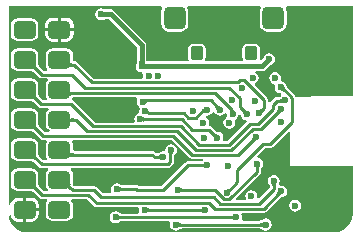
<source format=gbr>
%TF.GenerationSoftware,Altium Limited,Altium Designer,21.1.0 (24)*%
G04 Layer_Physical_Order=3*
G04 Layer_Color=16440176*
%FSLAX45Y45*%
%MOMM*%
%TF.SameCoordinates,A42B3F18-A760-40AD-9EC3-E9591E309F50*%
%TF.FilePolarity,Positive*%
%TF.FileFunction,Copper,L3,Inr,Signal*%
%TF.Part,Single*%
G01*
G75*
%TA.AperFunction,Conductor*%
%ADD22C,0.40000*%
%ADD23C,0.25000*%
%TA.AperFunction,ComponentPad*%
G04:AMPARAMS|DCode=27|XSize=1.1mm|YSize=1.2mm|CornerRadius=0.275mm|HoleSize=0mm|Usage=FLASHONLY|Rotation=180.000|XOffset=0mm|YOffset=0mm|HoleType=Round|Shape=RoundedRectangle|*
%AMROUNDEDRECTD27*
21,1,1.10000,0.65000,0,0,180.0*
21,1,0.55000,1.20000,0,0,180.0*
1,1,0.55000,-0.27500,0.32500*
1,1,0.55000,0.27500,0.32500*
1,1,0.55000,0.27500,-0.32500*
1,1,0.55000,-0.27500,-0.32500*
%
%ADD27ROUNDEDRECTD27*%
G04:AMPARAMS|DCode=28|XSize=1.9mm|YSize=1.9mm|CornerRadius=0.475mm|HoleSize=0mm|Usage=FLASHONLY|Rotation=180.000|XOffset=0mm|YOffset=0mm|HoleType=Round|Shape=RoundedRectangle|*
%AMROUNDEDRECTD28*
21,1,1.90000,0.95000,0,0,180.0*
21,1,0.95000,1.90000,0,0,180.0*
1,1,0.95000,-0.47500,0.47500*
1,1,0.95000,0.47500,0.47500*
1,1,0.95000,0.47500,-0.47500*
1,1,0.95000,-0.47500,-0.47500*
%
%ADD28ROUNDEDRECTD28*%
%TA.AperFunction,ViaPad*%
%ADD29C,0.60000*%
%TA.AperFunction,ComponentPad*%
G04:AMPARAMS|DCode=30|XSize=1.5mm|YSize=1.9mm|CornerRadius=0.375mm|HoleSize=0mm|Usage=FLASHONLY|Rotation=270.000|XOffset=0mm|YOffset=0mm|HoleType=Round|Shape=RoundedRectangle|*
%AMROUNDEDRECTD30*
21,1,1.50000,1.15000,0,0,270.0*
21,1,0.75000,1.90000,0,0,270.0*
1,1,0.75000,-0.57500,-0.37500*
1,1,0.75000,-0.57500,0.37500*
1,1,0.75000,0.57500,0.37500*
1,1,0.75000,0.57500,-0.37500*
%
%ADD30ROUNDEDRECTD30*%
G36*
X851790Y1910810D02*
X852495Y1910640D01*
X853540Y1910490D01*
X856649Y1910250D01*
X866939Y1910010D01*
X870361Y1910000D01*
Y1870000D01*
X851424Y1869000D01*
Y1911000D01*
X851790Y1910810D01*
D02*
G37*
G36*
X2956056Y1194971D02*
X2610000D01*
X2593183Y1191626D01*
X2589170Y1188944D01*
X2473893D01*
X2472381Y1196545D01*
X2465198Y1207296D01*
X2406692Y1265802D01*
X2405894Y1268000D01*
X2402428Y1271789D01*
X2401550Y1272902D01*
X2400690Y1274123D01*
X2399994Y1275242D01*
X2399452Y1276249D01*
X2399038Y1277152D01*
X2398737Y1277954D01*
X2398527Y1278665D01*
X2398214Y1280121D01*
X2395870Y1283515D01*
X2394599Y1289904D01*
X2383548Y1306443D01*
X2367009Y1317494D01*
X2357693Y1319347D01*
X2347841Y1329711D01*
X2348073Y1335390D01*
X2350980Y1350000D01*
X2347099Y1369509D01*
X2336048Y1386048D01*
X2319509Y1397099D01*
X2300000Y1400980D01*
X2280491Y1397099D01*
X2263952Y1386048D01*
X2252901Y1369509D01*
X2249020Y1350000D01*
X2252901Y1330491D01*
X2263952Y1313952D01*
X2280491Y1302901D01*
X2289807Y1301048D01*
X2299659Y1290684D01*
X2299427Y1285005D01*
X2296520Y1270395D01*
X2300401Y1250886D01*
X2311452Y1234347D01*
X2327991Y1223296D01*
X2347500Y1219415D01*
X2351906Y1214684D01*
X2350146Y1197383D01*
X2348219Y1196096D01*
X2346853Y1194052D01*
X2344374Y1192824D01*
X2343587Y1191924D01*
X2343571Y1191909D01*
X2343535Y1191882D01*
X2343405Y1191805D01*
X2343116Y1191671D01*
X2342606Y1191492D01*
X2341830Y1191293D01*
X2340760Y1191109D01*
X2339386Y1190976D01*
X2337058Y1190905D01*
X2336111Y1190478D01*
X2335110Y1190757D01*
X2333596Y1189904D01*
X2316767D01*
X2304086Y1187381D01*
X2293336Y1180198D01*
X2258136Y1144998D01*
X2251648Y1145957D01*
X2243136Y1150327D01*
Y1160000D01*
X2240614Y1172681D01*
X2233431Y1183431D01*
X2128326Y1288536D01*
X2132905Y1305170D01*
X2146048Y1313952D01*
X2157099Y1330491D01*
X2160980Y1350000D01*
X2157099Y1369509D01*
X2146048Y1386048D01*
X2133823Y1394216D01*
X2138374Y1409216D01*
X2189999D01*
X2190000Y1409216D01*
X2205607Y1412321D01*
X2218838Y1421161D01*
X2248791Y1451114D01*
X2250865Y1451966D01*
X2253140Y1454228D01*
X2260002Y1460776D01*
X2260356Y1461080D01*
X2269509Y1462901D01*
X2286048Y1473952D01*
X2297099Y1490491D01*
X2300980Y1510000D01*
X2297099Y1529509D01*
X2286048Y1546048D01*
X2269509Y1557099D01*
X2250000Y1560980D01*
X2230491Y1557099D01*
X2213952Y1546048D01*
X2202901Y1529509D01*
X2201254Y1521229D01*
X2191225Y1510082D01*
X2190580Y1508257D01*
X2180725Y1498402D01*
X2169074Y1507964D01*
X2169744Y1508967D01*
X2173431Y1527500D01*
Y1592500D01*
X2169744Y1611034D01*
X2159245Y1626746D01*
X2143533Y1637244D01*
X2125000Y1640931D01*
X2070000D01*
X2051467Y1637244D01*
X2035755Y1626746D01*
X2025256Y1611034D01*
X2021569Y1592500D01*
Y1527500D01*
X2025256Y1508967D01*
X2027383Y1505783D01*
X2019366Y1490783D01*
X1715634D01*
X1707617Y1505783D01*
X1709744Y1508967D01*
X1713430Y1527500D01*
Y1592500D01*
X1709744Y1611034D01*
X1699245Y1626746D01*
X1683533Y1637244D01*
X1665000Y1640931D01*
X1610000D01*
X1591466Y1637244D01*
X1575755Y1626746D01*
X1565256Y1611034D01*
X1561569Y1592500D01*
Y1527500D01*
X1565256Y1508967D01*
X1567383Y1505783D01*
X1559365Y1490783D01*
X1212493D01*
X1211637Y1491141D01*
X1211618Y1491502D01*
X1210783Y1493249D01*
Y1630000D01*
X1207679Y1645607D01*
X1198838Y1658838D01*
X938838Y1918838D01*
X925607Y1927679D01*
X910000Y1930784D01*
X909999Y1930784D01*
X872493D01*
X870423Y1931648D01*
X867221Y1931657D01*
X857734Y1931879D01*
X857268Y1931914D01*
X849509Y1937099D01*
X830000Y1940980D01*
X810491Y1937099D01*
X793952Y1926048D01*
X782901Y1909509D01*
X779021Y1890000D01*
X782901Y1870491D01*
X793952Y1853952D01*
X810491Y1842901D01*
X830000Y1839020D01*
X849509Y1842901D01*
X856529Y1847592D01*
X871502Y1848382D01*
X873249Y1849217D01*
X893107D01*
X1129216Y1613107D01*
Y1492493D01*
X1128352Y1490423D01*
X1128343Y1487221D01*
X1128121Y1477734D01*
X1128086Y1477268D01*
X1122901Y1469509D01*
X1119020Y1450000D01*
X1122901Y1430491D01*
X1133952Y1413952D01*
X1150491Y1402901D01*
X1170000Y1399020D01*
X1171402Y1399299D01*
X1175744Y1395600D01*
X1182233Y1386160D01*
X1179018Y1369997D01*
X1180881Y1360634D01*
X1169475Y1345634D01*
X761228D01*
X622964Y1483898D01*
X612214Y1491081D01*
X599932Y1493524D01*
X599376Y1493941D01*
X590126Y1505626D01*
Y1543500D01*
X585664Y1565935D01*
X572955Y1584955D01*
X553935Y1597664D01*
X531500Y1602126D01*
X416500D01*
X394065Y1597664D01*
X375045Y1584955D01*
X362337Y1565935D01*
X357874Y1543500D01*
Y1468500D01*
X362337Y1446065D01*
X374316Y1428137D01*
X373053Y1422565D01*
X368861Y1413137D01*
X339726D01*
X305347Y1447515D01*
X304432Y1449855D01*
X300485Y1453961D01*
X297577Y1457285D01*
X295440Y1460037D01*
X294673Y1461195D01*
X295426Y1464977D01*
X296110Y1466630D01*
X295870Y1467211D01*
X296126Y1468500D01*
Y1543500D01*
X291664Y1565935D01*
X278955Y1584955D01*
X259935Y1597664D01*
X237500Y1602126D01*
X122500D01*
X100065Y1597664D01*
X81045Y1584955D01*
X68337Y1565935D01*
X63874Y1543500D01*
Y1468500D01*
X68337Y1446065D01*
X81045Y1427045D01*
X100065Y1414337D01*
X122500Y1409874D01*
X237500D01*
X238789Y1410130D01*
X239370Y1409890D01*
X241023Y1410575D01*
X244805Y1411327D01*
X245683Y1410745D01*
X252257Y1405305D01*
X256146Y1401568D01*
X258485Y1400653D01*
X302569Y1356569D01*
X313319Y1349386D01*
X326000Y1346863D01*
X371855D01*
X376405Y1331863D01*
X375045Y1330955D01*
X362337Y1311935D01*
X357874Y1289500D01*
Y1214500D01*
X362337Y1192065D01*
X371643Y1178137D01*
X364930Y1163137D01*
X335726D01*
X305347Y1193515D01*
X304432Y1195855D01*
X300485Y1199961D01*
X297577Y1203285D01*
X295440Y1206037D01*
X294673Y1207195D01*
X295426Y1210977D01*
X296110Y1212630D01*
X295870Y1213211D01*
X296126Y1214500D01*
Y1289500D01*
X291664Y1311935D01*
X278955Y1330955D01*
X259935Y1343664D01*
X237500Y1348126D01*
X122500D01*
X100065Y1343664D01*
X81045Y1330955D01*
X68337Y1311935D01*
X63874Y1289500D01*
Y1214500D01*
X68337Y1192065D01*
X81045Y1173045D01*
X100065Y1160337D01*
X122500Y1155874D01*
X237500D01*
X238789Y1156130D01*
X239370Y1155890D01*
X241023Y1156575D01*
X244805Y1157327D01*
X245683Y1156745D01*
X252257Y1151305D01*
X256146Y1147568D01*
X258485Y1146653D01*
X298569Y1106569D01*
X309319Y1099386D01*
X322000Y1096863D01*
X377841D01*
X382391Y1081863D01*
X375045Y1076955D01*
X362337Y1057935D01*
X357874Y1035500D01*
Y960500D01*
X362337Y938065D01*
X375045Y919045D01*
X391371Y908137D01*
X389651Y895108D01*
X388876Y893137D01*
X351726D01*
X305347Y939516D01*
X304432Y941855D01*
X300485Y945961D01*
X297577Y949285D01*
X295440Y952037D01*
X294673Y953195D01*
X295426Y956977D01*
X296110Y958630D01*
X295870Y959211D01*
X296126Y960500D01*
Y1035500D01*
X291664Y1057935D01*
X278955Y1076955D01*
X259935Y1089664D01*
X237500Y1094126D01*
X122500D01*
X100065Y1089664D01*
X81045Y1076955D01*
X68337Y1057935D01*
X63874Y1035500D01*
Y960500D01*
X68337Y938065D01*
X81045Y919045D01*
X100065Y906337D01*
X122500Y901874D01*
X237500D01*
X238789Y902130D01*
X239370Y901890D01*
X241023Y902575D01*
X244805Y903327D01*
X245683Y902745D01*
X252257Y897305D01*
X256146Y893568D01*
X258485Y892653D01*
X314569Y836569D01*
X325319Y829386D01*
X338000Y826863D01*
X359616D01*
X367634Y811864D01*
X362337Y803935D01*
X357874Y781500D01*
Y706500D01*
X362337Y684065D01*
X372979Y668137D01*
X367923Y653137D01*
X337726D01*
X305347Y685516D01*
X304432Y687855D01*
X300485Y691961D01*
X297577Y695285D01*
X295440Y698037D01*
X294673Y699195D01*
X295426Y702977D01*
X296110Y704630D01*
X295870Y705211D01*
X296126Y706500D01*
Y781500D01*
X291664Y803935D01*
X278955Y822955D01*
X259935Y835664D01*
X237500Y840126D01*
X122500D01*
X100065Y835664D01*
X81045Y822955D01*
X68337Y803935D01*
X63874Y781500D01*
Y706500D01*
X68337Y684065D01*
X81045Y665045D01*
X100065Y652337D01*
X122500Y647874D01*
X237500D01*
X238789Y648130D01*
X239370Y647890D01*
X241023Y648575D01*
X244805Y649327D01*
X245683Y648745D01*
X252257Y643305D01*
X256146Y639568D01*
X258485Y638653D01*
X300569Y596569D01*
X311319Y589386D01*
X324000Y586863D01*
X374848D01*
X379398Y571863D01*
X375045Y568955D01*
X362337Y549935D01*
X357874Y527500D01*
Y452500D01*
X362337Y430065D01*
X375045Y411045D01*
X379398Y408137D01*
X374848Y393137D01*
X343725D01*
X305347Y431515D01*
X304432Y433855D01*
X300485Y437961D01*
X297577Y441285D01*
X295440Y444037D01*
X294673Y445195D01*
X295426Y448977D01*
X296110Y450630D01*
X295870Y451211D01*
X296126Y452500D01*
Y527500D01*
X291664Y549935D01*
X278955Y568955D01*
X259935Y581664D01*
X237500Y586126D01*
X122500D01*
X100065Y581664D01*
X81045Y568955D01*
X68337Y549935D01*
X63874Y527500D01*
Y452500D01*
X68337Y430065D01*
X81045Y411045D01*
X100065Y398337D01*
X122500Y393874D01*
X237500D01*
X238789Y394130D01*
X239370Y393890D01*
X241023Y394575D01*
X244805Y395327D01*
X245683Y394745D01*
X252257Y389305D01*
X256146Y385568D01*
X258485Y384653D01*
X306569Y336569D01*
X317319Y329386D01*
X330000Y326863D01*
X367923D01*
X372979Y311863D01*
X362337Y295935D01*
X357874Y273500D01*
Y198500D01*
X362337Y176065D01*
X375045Y157045D01*
X394065Y144337D01*
X416500Y139874D01*
X531500D01*
X553935Y144337D01*
X572955Y157045D01*
X585664Y176065D01*
X590126Y198500D01*
Y273500D01*
X585664Y295935D01*
X575021Y311863D01*
X580077Y326863D01*
X706275D01*
X766569Y266569D01*
X777320Y259386D01*
X790000Y256863D01*
X1141148D01*
X1151380Y241863D01*
X1149020Y230000D01*
X1151380Y218137D01*
X1141148Y203136D01*
X998119D01*
X995877Y204140D01*
X993497Y204206D01*
X991963Y204342D01*
X990686Y204539D01*
X989651Y204776D01*
X988837Y205030D01*
X988226Y205276D01*
X987769Y205509D01*
X987430Y205723D01*
X987153Y205936D01*
X986158Y206860D01*
X983170Y207971D01*
X969509Y217099D01*
X950000Y220979D01*
X930491Y217099D01*
X913952Y206048D01*
X902901Y189509D01*
X899020Y170000D01*
X902901Y150491D01*
X913952Y133952D01*
X930491Y122901D01*
X950000Y119020D01*
X969509Y122901D01*
X983170Y132029D01*
X986158Y133140D01*
X987153Y134065D01*
X987428Y134276D01*
X987770Y134491D01*
X988227Y134724D01*
X988838Y134971D01*
X989650Y135223D01*
X990686Y135460D01*
X991962Y135658D01*
X993497Y135794D01*
X995877Y135860D01*
X998119Y136863D01*
X1401148D01*
X1411380Y121863D01*
X1409020Y110000D01*
X1412901Y90491D01*
X1423952Y73952D01*
X1440491Y62901D01*
X1460000Y59020D01*
X1479509Y62901D01*
X1493170Y72029D01*
X1496158Y73140D01*
X1497153Y74065D01*
X1497428Y74276D01*
X1497770Y74491D01*
X1498227Y74724D01*
X1498838Y74971D01*
X1499650Y75223D01*
X1500686Y75461D01*
X1501962Y75658D01*
X1503497Y75794D01*
X1505877Y75860D01*
X1508119Y76863D01*
X2171881D01*
X2174122Y75860D01*
X2176503Y75794D01*
X2178037Y75658D01*
X2179314Y75461D01*
X2180349Y75224D01*
X2181163Y74970D01*
X2181773Y74723D01*
X2182230Y74491D01*
X2182570Y74277D01*
X2182847Y74064D01*
X2183842Y73140D01*
X2186830Y72029D01*
X2200491Y62901D01*
X2220000Y59020D01*
X2239509Y62901D01*
X2256048Y73952D01*
X2267099Y90491D01*
X2270979Y110000D01*
X2267099Y129509D01*
X2256048Y146048D01*
X2239509Y157099D01*
X2220000Y160980D01*
X2200491Y157099D01*
X2186830Y147971D01*
X2183842Y146860D01*
X2182846Y145935D01*
X2182572Y145724D01*
X2182230Y145509D01*
X2181773Y145276D01*
X2181161Y145029D01*
X2180350Y144777D01*
X2179313Y144539D01*
X2178038Y144342D01*
X2176503Y144206D01*
X2174123Y144140D01*
X2171881Y143137D01*
X2028852D01*
X2018620Y158137D01*
X2020980Y170000D01*
X2017099Y189509D01*
X2013855Y194364D01*
X2021873Y209364D01*
X2202500D01*
X2215181Y211886D01*
X2225931Y219069D01*
X2339406Y332543D01*
X2341699Y333419D01*
X2343429Y335054D01*
X2344610Y336044D01*
X2345654Y336808D01*
X2346556Y337373D01*
X2347306Y337768D01*
X2347913Y338025D01*
X2348402Y338184D01*
X2348794Y338273D01*
X2349139Y338318D01*
X2350495Y338368D01*
X2353393Y339695D01*
X2369509Y342901D01*
X2386048Y353952D01*
X2397099Y370491D01*
X2400980Y390000D01*
X2397099Y409509D01*
X2386048Y426048D01*
X2369509Y437099D01*
X2350000Y440980D01*
X2340891Y439168D01*
X2331871Y452667D01*
X2337099Y460491D01*
X2340980Y480000D01*
X2337099Y499509D01*
X2326048Y516048D01*
X2309509Y527099D01*
X2290000Y530980D01*
X2270491Y527099D01*
X2253952Y516048D01*
X2242901Y499509D01*
X2239020Y480000D01*
X2242901Y460491D01*
X2251153Y448142D01*
X2252372Y444641D01*
X2253291Y443610D01*
X2253533Y443281D01*
X2253775Y442883D01*
X2254030Y442366D01*
X2254295Y441690D01*
X2254558Y440821D01*
X2254801Y439731D01*
X2255000Y438411D01*
X2255136Y436841D01*
X2255201Y434447D01*
X2256205Y432201D01*
Y424384D01*
X2162413Y330592D01*
X2148589Y337981D01*
X2150980Y350000D01*
X2147099Y369509D01*
X2136048Y386048D01*
X2119509Y397099D01*
X2100000Y400980D01*
X2080491Y397099D01*
X2063952Y386048D01*
X2052901Y369509D01*
X2049021Y350000D01*
X2052901Y330491D01*
X2053988Y328865D01*
X2046917Y315637D01*
X1973414D01*
X1967674Y329495D01*
X2172366Y534186D01*
X2179549Y544937D01*
X2182071Y557617D01*
Y576880D01*
X2183074Y579121D01*
X2183140Y581499D01*
X2183276Y583037D01*
X2183474Y584314D01*
X2183711Y585349D01*
X2183964Y586163D01*
X2184211Y586774D01*
X2184444Y587230D01*
X2184658Y587570D01*
X2184870Y587847D01*
X2185795Y588842D01*
X2186905Y591830D01*
X2196033Y605491D01*
X2199914Y625000D01*
X2196033Y644509D01*
X2184982Y661048D01*
X2168443Y672099D01*
X2153205Y675130D01*
X2147682Y687040D01*
X2147297Y690435D01*
X2213726Y756863D01*
X2256566D01*
X2269247Y759386D01*
X2279997Y766569D01*
X2416142Y902714D01*
X2430000Y896974D01*
Y608944D01*
X2433944Y605000D01*
X2956056D01*
Y200000D01*
X2956165Y199453D01*
X2950913Y159563D01*
X2935305Y121882D01*
X2910476Y89524D01*
X2878118Y64695D01*
X2840437Y49087D01*
X2800547Y43836D01*
X2800000Y43944D01*
X200000D01*
X199453Y43836D01*
X159563Y49087D01*
X121882Y64695D01*
X89524Y89524D01*
X64695Y121882D01*
X49087Y159563D01*
X45697Y185316D01*
X60504Y187761D01*
X63250Y173958D01*
X77152Y153152D01*
X97958Y139250D01*
X122500Y134368D01*
X167300D01*
Y236000D01*
Y337632D01*
X122500D01*
X97958Y332750D01*
X77152Y318848D01*
X63250Y298042D01*
X58944Y276397D01*
X43944Y277875D01*
Y1956056D01*
X1337853D01*
X1344924Y1942827D01*
X1338917Y1933837D01*
X1333678Y1907500D01*
Y1812500D01*
X1338917Y1786163D01*
X1353835Y1763836D01*
X1376163Y1748917D01*
X1402500Y1743678D01*
X1497500D01*
X1523837Y1748917D01*
X1546164Y1763836D01*
X1561083Y1786163D01*
X1566322Y1812500D01*
Y1907500D01*
X1561083Y1933837D01*
X1555076Y1942827D01*
X1562147Y1956056D01*
X2172853D01*
X2179924Y1942827D01*
X2173917Y1933837D01*
X2168678Y1907500D01*
Y1812500D01*
X2173917Y1786163D01*
X2188836Y1763836D01*
X2211163Y1748917D01*
X2237500Y1743678D01*
X2332500D01*
X2358837Y1748917D01*
X2381164Y1763836D01*
X2396083Y1786163D01*
X2401322Y1812500D01*
Y1907500D01*
X2396083Y1933837D01*
X2390076Y1942827D01*
X2397147Y1956056D01*
X2956056D01*
Y1194971D01*
D02*
G37*
G36*
X1191000Y1471424D02*
X1149000D01*
X1149190Y1471790D01*
X1149360Y1472495D01*
X1149510Y1473540D01*
X1149750Y1476648D01*
X1149990Y1486939D01*
X1150000Y1490360D01*
X1190000D01*
X1191000Y1471424D01*
D02*
G37*
G36*
X2249700Y1480002D02*
X2249307Y1479877D01*
X2248688Y1479499D01*
X2247843Y1478866D01*
X2245476Y1476838D01*
X2238029Y1469731D01*
X2235603Y1467319D01*
X2207319Y1495603D01*
X2220002Y1509700D01*
X2249700Y1480002D01*
D02*
G37*
G36*
X568125Y1483092D02*
X568231Y1480967D01*
X569030Y1479092D01*
X570521Y1477467D01*
X572705Y1476092D01*
X575582Y1474967D01*
X579152Y1474092D01*
X583414Y1473467D01*
X588369Y1473092D01*
X594016Y1472967D01*
X587628Y1447967D01*
X583333Y1447848D01*
X579161Y1447489D01*
X575114Y1446891D01*
X571191Y1446054D01*
X567392Y1444978D01*
X563717Y1443663D01*
X560166Y1442108D01*
X556739Y1440315D01*
X553437Y1438282D01*
X550258Y1436010D01*
X568711Y1485467D01*
X568125Y1483092D01*
D02*
G37*
G36*
X1191790Y1470810D02*
X1192495Y1470640D01*
X1193540Y1470490D01*
X1196648Y1470250D01*
X1206939Y1470010D01*
X1210361Y1470000D01*
Y1430000D01*
X1191424Y1429000D01*
Y1471000D01*
X1191790Y1470810D01*
D02*
G37*
G36*
X273039Y1464745D02*
X272251Y1462573D01*
X272098Y1460113D01*
X272581Y1457367D01*
X273699Y1454333D01*
X275453Y1451011D01*
X277842Y1447403D01*
X280867Y1443507D01*
X284527Y1439325D01*
X288823Y1434854D01*
X271146Y1417177D01*
X266676Y1421473D01*
X258597Y1428158D01*
X254989Y1430547D01*
X251668Y1432301D01*
X248633Y1433420D01*
X245887Y1433902D01*
X243427Y1433749D01*
X241255Y1432961D01*
X239370Y1431538D01*
X274462Y1466630D01*
X273039Y1464745D01*
D02*
G37*
G36*
X2377535Y1273316D02*
X2378198Y1271071D01*
X2379039Y1268833D01*
X2380058Y1266603D01*
X2381256Y1264381D01*
X2382633Y1262166D01*
X2384187Y1259960D01*
X2385920Y1257762D01*
X2389921Y1253388D01*
X2375880Y1232074D01*
X2373651Y1234166D01*
X2371414Y1235990D01*
X2369171Y1237547D01*
X2366920Y1238837D01*
X2364662Y1239859D01*
X2362397Y1240613D01*
X2360125Y1241099D01*
X2357845Y1241319D01*
X2355559Y1241270D01*
X2353266Y1240954D01*
X2377050Y1275570D01*
X2377535Y1273316D01*
D02*
G37*
G36*
X568714Y1242625D02*
X569279Y1240500D01*
X570406Y1238625D01*
X572094Y1237000D01*
X574343Y1235625D01*
X577155Y1234500D01*
X580528Y1233625D01*
X584462Y1233000D01*
X588958Y1232625D01*
X594016Y1232500D01*
X593095Y1207500D01*
X587657Y1207377D01*
X582763Y1207007D01*
X578412Y1206392D01*
X574605Y1205530D01*
X571342Y1204422D01*
X568622Y1203067D01*
X566446Y1201466D01*
X564813Y1199619D01*
X563724Y1197525D01*
X563179Y1195186D01*
X568711Y1245000D01*
X568714Y1242625D01*
D02*
G37*
G36*
X273039Y1210745D02*
X272251Y1208573D01*
X272098Y1206113D01*
X272581Y1203367D01*
X273699Y1200333D01*
X275453Y1197011D01*
X277842Y1193403D01*
X280867Y1189507D01*
X284527Y1185325D01*
X288823Y1180854D01*
X271146Y1163177D01*
X266676Y1167473D01*
X258597Y1174158D01*
X254989Y1176547D01*
X251668Y1178301D01*
X248633Y1179420D01*
X245887Y1179902D01*
X243427Y1179749D01*
X241255Y1178961D01*
X239370Y1177538D01*
X274462Y1212630D01*
X273039Y1210745D01*
D02*
G37*
G36*
X1195161Y1176097D02*
X1197423Y1175342D01*
X1199983Y1174676D01*
X1202843Y1174098D01*
X1209460Y1173211D01*
X1217274Y1172678D01*
X1226284Y1172500D01*
X1227895Y1147500D01*
X1224814Y1147399D01*
X1221957Y1147094D01*
X1219325Y1146586D01*
X1216919Y1145875D01*
X1214736Y1144961D01*
X1212779Y1143843D01*
X1211047Y1142523D01*
X1209539Y1140999D01*
X1208257Y1139272D01*
X1207199Y1137342D01*
X1193199Y1176940D01*
X1195161Y1176097D01*
D02*
G37*
G36*
X2365268Y1136831D02*
X2363387Y1138244D01*
X2361379Y1139508D01*
X2359245Y1140623D01*
X2356983Y1141590D01*
X2354595Y1142408D01*
X2352080Y1143077D01*
X2349439Y1143598D01*
X2346670Y1143970D01*
X2343775Y1144193D01*
X2340753Y1144267D01*
X2337718Y1169267D01*
X2340764Y1169360D01*
X2343642Y1169640D01*
X2346354Y1170105D01*
X2348900Y1170757D01*
X2351279Y1171595D01*
X2353491Y1172619D01*
X2355537Y1173830D01*
X2357416Y1175227D01*
X2359128Y1176810D01*
X2360674Y1178579D01*
X2365268Y1136831D01*
D02*
G37*
G36*
X1812447Y1120501D02*
X1814669Y1118640D01*
X1816910Y1117000D01*
X1819169Y1115582D01*
X1821447Y1114386D01*
X1823744Y1113411D01*
X1826059Y1112659D01*
X1828393Y1112128D01*
X1830745Y1111819D01*
X1833116Y1111732D01*
X1803418Y1082034D01*
X1803331Y1084405D01*
X1803022Y1086757D01*
X1802491Y1089091D01*
X1801739Y1091406D01*
X1800764Y1093703D01*
X1799568Y1095981D01*
X1798150Y1098240D01*
X1796510Y1100481D01*
X1794649Y1102703D01*
X1792565Y1104907D01*
X1810243Y1122584D01*
X1812447Y1120501D01*
D02*
G37*
G36*
X1954431Y1073176D02*
X1915026Y1062502D01*
X1915932Y1064254D01*
X1916500Y1066065D01*
X1916729Y1067934D01*
X1916620Y1069862D01*
X1916173Y1071848D01*
X1915388Y1073892D01*
X1914264Y1075996D01*
X1912802Y1078157D01*
X1911001Y1080378D01*
X1908862Y1082656D01*
X1929530Y1097344D01*
X1954431Y1073176D01*
D02*
G37*
G36*
X2200847Y1073171D02*
X2198763Y1070967D01*
X2196902Y1068745D01*
X2195262Y1066504D01*
X2193844Y1064245D01*
X2192648Y1061967D01*
X2191673Y1059670D01*
X2190921Y1057355D01*
X2190390Y1055022D01*
X2190081Y1052669D01*
X2189994Y1050298D01*
X2160296Y1079996D01*
X2162667Y1080083D01*
X2165019Y1080392D01*
X2167353Y1080923D01*
X2169668Y1081676D01*
X2171965Y1082650D01*
X2174243Y1083846D01*
X2176502Y1085264D01*
X2178743Y1086904D01*
X2180965Y1088765D01*
X2183169Y1090849D01*
X2200847Y1073171D01*
D02*
G37*
G36*
X2039030Y1083767D02*
X2041253Y1081906D01*
X2043493Y1080266D01*
X2045753Y1078848D01*
X2048031Y1077652D01*
X2050327Y1076678D01*
X2052643Y1075925D01*
X2054976Y1075394D01*
X2057329Y1075085D01*
X2059700Y1074998D01*
X2030002Y1045300D01*
X2029914Y1047671D01*
X2029606Y1050024D01*
X2029075Y1052357D01*
X2028322Y1054673D01*
X2027348Y1056969D01*
X2026152Y1059247D01*
X2024734Y1061506D01*
X2023094Y1063747D01*
X2021233Y1065969D01*
X2019149Y1068173D01*
X2036827Y1085851D01*
X2039030Y1083767D01*
D02*
G37*
G36*
X2347644Y1055461D02*
X2345272Y1055374D01*
X2342920Y1055065D01*
X2340586Y1054534D01*
X2338271Y1053782D01*
X2335974Y1052807D01*
X2333696Y1051611D01*
X2331437Y1050193D01*
X2329196Y1048553D01*
X2326974Y1046692D01*
X2324770Y1044609D01*
X2307093Y1062286D01*
X2309176Y1064490D01*
X2311038Y1066712D01*
X2312677Y1068953D01*
X2314095Y1071212D01*
X2315292Y1073490D01*
X2316266Y1075787D01*
X2317018Y1078102D01*
X2317549Y1080436D01*
X2317858Y1082788D01*
X2317945Y1085159D01*
X2347644Y1055461D01*
D02*
G37*
G36*
X1786830Y1061458D02*
X1797368Y1045686D01*
X1813907Y1034635D01*
X1833416Y1030754D01*
X1852925Y1034635D01*
X1869464Y1045686D01*
X1875947Y1055389D01*
X1890077Y1049536D01*
X1889497Y1046619D01*
X1893378Y1027111D01*
X1885977Y1013987D01*
X1875945Y1007283D01*
X1864894Y990744D01*
X1861013Y971235D01*
X1864894Y951726D01*
X1875945Y935187D01*
X1892484Y924136D01*
X1911993Y920255D01*
X1931502Y924136D01*
X1948041Y935187D01*
X1959092Y951726D01*
X1962972Y971235D01*
X1959092Y990744D01*
X1966492Y1003868D01*
X1976525Y1010572D01*
X1987576Y1027110D01*
X1989022Y1034380D01*
X1996048Y1039852D01*
X2005839Y1042036D01*
X2010263Y1038751D01*
X2012901Y1025491D01*
X2023952Y1008952D01*
X2040491Y997901D01*
X2057244Y994569D01*
X2061454Y985600D01*
X2062526Y979388D01*
X1896274Y813137D01*
X1866575D01*
X1858690Y828137D01*
X1862044Y845001D01*
X1858164Y864510D01*
X1847113Y881049D01*
X1830574Y892100D01*
X1811065Y895980D01*
X1808625Y895495D01*
X1805991Y896381D01*
X1804801Y896300D01*
X1804781Y896301D01*
X1804738Y896307D01*
X1804596Y896343D01*
X1804297Y896453D01*
X1803814Y896685D01*
X1803126Y897091D01*
X1802241Y897717D01*
X1801175Y898594D01*
X1799479Y900190D01*
X1798498Y900562D01*
X1797982Y901475D01*
X1796315Y901938D01*
X1764822Y933431D01*
X1754072Y940614D01*
X1747792Y941863D01*
X1739929Y949732D01*
X1738066Y958137D01*
X1740861Y972191D01*
X1736981Y991700D01*
X1725930Y1008239D01*
X1718110Y1013464D01*
X1714950Y1032314D01*
X1716400Y1033915D01*
X1724883Y1032227D01*
X1744391Y1036108D01*
X1760930Y1047159D01*
X1771017Y1062255D01*
X1777857Y1062811D01*
X1786830Y1061458D01*
D02*
G37*
G36*
X1183162Y1019385D02*
X1185044Y1017940D01*
X1187070Y1016665D01*
X1189239Y1015560D01*
X1191552Y1014625D01*
X1194009Y1013860D01*
X1196609Y1013265D01*
X1199353Y1012840D01*
X1202240Y1012585D01*
X1205272Y1012500D01*
Y987500D01*
X1202240Y987415D01*
X1199353Y987160D01*
X1196609Y986735D01*
X1194009Y986140D01*
X1191552Y985375D01*
X1189239Y984440D01*
X1187070Y983335D01*
X1185044Y982060D01*
X1183162Y980615D01*
X1181424Y979000D01*
Y1021000D01*
X1183162Y1019385D01*
D02*
G37*
G36*
X1134474Y1171864D02*
X1132901Y1169509D01*
X1129020Y1150000D01*
X1132901Y1130491D01*
X1143952Y1113952D01*
X1148958Y1110607D01*
X1153356Y1090190D01*
X1152901Y1089509D01*
X1149020Y1070000D01*
X1150151Y1064315D01*
X1140491Y1047099D01*
X1123952Y1036048D01*
X1112901Y1019509D01*
X1109020Y1000000D01*
X1111380Y988137D01*
X1101148Y973136D01*
X773726D01*
X593431Y1153431D01*
X582681Y1160614D01*
X578521Y1174396D01*
X581174Y1178865D01*
X586862Y1185607D01*
X588718Y1185748D01*
X593585Y1185858D01*
X595865Y1186864D01*
X1126456D01*
X1134474Y1171864D01*
D02*
G37*
G36*
X568964Y1020625D02*
X569724Y1018500D01*
X570989Y1016625D01*
X572760Y1015000D01*
X575037Y1013625D01*
X577821Y1012500D01*
X581111Y1011625D01*
X584906Y1011000D01*
X589208Y1010625D01*
X594016Y1010500D01*
Y985500D01*
X589208Y985375D01*
X584906Y985000D01*
X581111Y984375D01*
X577821Y983500D01*
X575037Y982375D01*
X572760Y981000D01*
X570989Y979375D01*
X569724Y977500D01*
X568964Y975375D01*
X568711Y973000D01*
Y1023000D01*
X568964Y1020625D01*
D02*
G37*
G36*
X273039Y956745D02*
X272251Y954573D01*
X272098Y952113D01*
X272581Y949367D01*
X273699Y946333D01*
X275453Y943011D01*
X277842Y939403D01*
X280867Y935507D01*
X284527Y931325D01*
X288823Y926854D01*
X271146Y909177D01*
X266676Y913473D01*
X258597Y920158D01*
X254989Y922547D01*
X251668Y924301D01*
X248633Y925420D01*
X245887Y925902D01*
X243427Y925749D01*
X241255Y924961D01*
X239370Y923538D01*
X274462Y958630D01*
X273039Y956745D01*
D02*
G37*
G36*
X1786865Y882335D02*
X1789098Y880497D01*
X1791345Y878909D01*
X1793606Y877571D01*
X1795880Y876482D01*
X1798169Y875643D01*
X1800471Y875054D01*
X1802787Y874714D01*
X1805117Y874624D01*
X1807461Y874783D01*
X1781216Y841993D01*
X1780883Y844322D01*
X1780356Y846635D01*
X1779634Y848932D01*
X1778717Y851214D01*
X1777606Y853481D01*
X1776300Y855732D01*
X1774800Y857968D01*
X1773105Y860188D01*
X1771215Y862393D01*
X1769130Y864583D01*
X1784646Y884422D01*
X1786865Y882335D01*
D02*
G37*
G36*
X2139700Y820002D02*
X2137329Y819915D01*
X2134976Y819606D01*
X2132643Y819075D01*
X2130327Y818322D01*
X2128031Y817348D01*
X2125753Y816152D01*
X2123494Y814734D01*
X2121253Y813094D01*
X2119031Y811233D01*
X2116827Y809149D01*
X2099149Y826827D01*
X2101233Y829031D01*
X2103094Y831253D01*
X2104734Y833494D01*
X2106152Y835753D01*
X2107348Y838031D01*
X2108322Y840328D01*
X2109075Y842643D01*
X2109606Y844976D01*
X2109914Y847329D01*
X2110002Y849700D01*
X2139700Y820002D01*
D02*
G37*
G36*
X1435688Y714429D02*
X1433810Y713118D01*
X1432129Y711614D01*
X1430647Y709914D01*
X1429362Y708020D01*
X1428274Y705931D01*
X1427385Y703648D01*
X1426693Y701170D01*
X1426199Y698497D01*
X1425902Y695629D01*
X1425803Y692567D01*
X1400803Y698946D01*
X1400743Y701970D01*
X1400258Y707658D01*
X1399834Y710323D01*
X1399289Y712869D01*
X1398623Y715295D01*
X1397836Y717601D01*
X1396928Y719788D01*
X1395898Y721856D01*
X1394748Y723804D01*
X1435688Y714429D01*
D02*
G37*
G36*
X568327Y725124D02*
X568591Y722999D01*
X569502Y721124D01*
X571061Y719498D01*
X573267Y718124D01*
X576122Y716998D01*
X579624Y716124D01*
X583774Y715498D01*
X588571Y715124D01*
X594016Y714998D01*
X589925Y689999D01*
X583841Y689876D01*
X573377Y688895D01*
X568995Y688037D01*
X565181Y686934D01*
X561934Y685586D01*
X559254Y683992D01*
X557142Y682153D01*
X555597Y680070D01*
X554619Y677740D01*
X568711Y727498D01*
X568327Y725124D01*
D02*
G37*
G36*
X1328576Y659000D02*
X1326838Y660615D01*
X1324956Y662060D01*
X1322930Y663335D01*
X1320761Y664440D01*
X1318448Y665375D01*
X1315992Y666140D01*
X1313391Y666735D01*
X1310647Y667160D01*
X1307760Y667415D01*
X1304728Y667500D01*
Y692500D01*
X1307760Y692585D01*
X1310647Y692840D01*
X1313391Y693265D01*
X1315992Y693860D01*
X1318448Y694625D01*
X1320761Y695560D01*
X1322930Y696665D01*
X1324956Y697940D01*
X1326838Y699385D01*
X1328576Y701000D01*
Y659000D01*
D02*
G37*
G36*
X273039Y702745D02*
X272251Y700573D01*
X272098Y698113D01*
X272581Y695367D01*
X273699Y692333D01*
X275453Y689011D01*
X277842Y685403D01*
X280867Y681507D01*
X284527Y677325D01*
X288823Y672854D01*
X271146Y655177D01*
X266676Y659473D01*
X258597Y666158D01*
X254989Y668547D01*
X251668Y670301D01*
X248633Y671420D01*
X245887Y671902D01*
X243427Y671749D01*
X241255Y670961D01*
X239370Y669538D01*
X274462Y704630D01*
X273039Y702745D01*
D02*
G37*
G36*
X1703192Y589556D02*
X1701454Y591171D01*
X1699572Y592616D01*
X1697546Y593891D01*
X1695377Y594996D01*
X1693064Y595931D01*
X1690607Y596696D01*
X1688007Y597291D01*
X1685263Y597716D01*
X1682376Y597971D01*
X1679344Y598056D01*
Y623056D01*
X1682376Y623141D01*
X1685263Y623396D01*
X1688007Y623821D01*
X1690607Y624416D01*
X1693064Y625181D01*
X1695377Y626116D01*
X1697546Y627221D01*
X1699572Y628496D01*
X1701454Y629941D01*
X1703192Y631556D01*
Y589556D01*
D02*
G37*
G36*
X2168320Y601838D02*
X2166875Y599956D01*
X2165599Y597930D01*
X2164495Y595761D01*
X2163560Y593448D01*
X2162795Y590991D01*
X2162199Y588391D01*
X2161774Y585647D01*
X2161519Y582760D01*
X2161434Y579728D01*
X2136435D01*
X2136350Y582760D01*
X2136095Y585647D01*
X2135670Y588391D01*
X2135074Y590991D01*
X2134309Y593448D01*
X2133374Y595761D01*
X2132270Y597930D01*
X2130994Y599956D01*
X2129549Y601838D01*
X2127935Y603576D01*
X2169934D01*
X2168320Y601838D01*
D02*
G37*
G36*
X2310524Y458120D02*
X2308875Y456417D01*
X2307398Y454566D01*
X2306096Y452567D01*
X2304967Y450421D01*
X2304012Y448126D01*
X2303231Y445684D01*
X2302623Y443094D01*
X2302189Y440356D01*
X2301928Y437470D01*
X2301841Y434436D01*
X2276841Y435040D01*
X2276758Y438069D01*
X2276509Y440958D01*
X2276094Y443708D01*
X2275512Y446318D01*
X2274765Y448788D01*
X2273851Y451118D01*
X2272771Y453309D01*
X2271525Y455360D01*
X2270113Y457271D01*
X2268535Y459042D01*
X2310524Y458120D01*
D02*
G37*
G36*
X1576569Y676569D02*
X1587319Y669386D01*
X1600000Y666864D01*
X1690044D01*
X1694137Y652794D01*
X1684044Y645122D01*
X1683930Y645096D01*
X1682654Y644898D01*
X1681119Y644762D01*
X1678739Y644696D01*
X1676497Y643693D01*
X1560556D01*
X1547875Y641170D01*
X1537125Y633987D01*
X1336274Y433137D01*
X1148461D01*
X1148167Y433431D01*
X1137417Y440614D01*
X1124736Y443137D01*
X1008119D01*
X1005878Y444140D01*
X1003497Y444206D01*
X1001963Y444342D01*
X1000686Y444539D01*
X999651Y444776D01*
X998837Y445030D01*
X998227Y445276D01*
X997770Y445509D01*
X997430Y445723D01*
X997153Y445936D01*
X996158Y446860D01*
X993170Y447971D01*
X979509Y457099D01*
X960000Y460980D01*
X940491Y457099D01*
X923952Y446048D01*
X912901Y429509D01*
X909021Y410000D01*
X912901Y390491D01*
X914474Y388137D01*
X906456Y373137D01*
X843726D01*
X793432Y423431D01*
X782682Y430614D01*
X770001Y433137D01*
X599319D01*
X598744Y434608D01*
X594796Y438716D01*
X591885Y442042D01*
X589735Y444809D01*
X588859Y446130D01*
X589845Y451085D01*
X590228Y452076D01*
X590100Y452367D01*
X590126Y452500D01*
Y527500D01*
X585664Y549935D01*
X572955Y568955D01*
X568602Y571863D01*
X573152Y586863D01*
X1390000D01*
X1402681Y589386D01*
X1413431Y596569D01*
X1436734Y619872D01*
X1443917Y630622D01*
X1446440Y643303D01*
Y686761D01*
X1446779Y687214D01*
X1446440Y689571D01*
Y689658D01*
X1447440Y691867D01*
X1447514Y694164D01*
X1447643Y695410D01*
X1447804Y696280D01*
X1447875Y696536D01*
X1448074Y696675D01*
X1450251Y700079D01*
X1456048Y703952D01*
X1467099Y720491D01*
X1470980Y740000D01*
X1467099Y759509D01*
X1456048Y776048D01*
X1439509Y787099D01*
X1420000Y790980D01*
X1400491Y787099D01*
X1383952Y776048D01*
X1372901Y759509D01*
X1369020Y740000D01*
X1355748Y729836D01*
X1350000Y730979D01*
X1330491Y727099D01*
X1316830Y717971D01*
X1313842Y716860D01*
X1312846Y715935D01*
X1312572Y715724D01*
X1312230Y715509D01*
X1311773Y715276D01*
X1311162Y715029D01*
X1310350Y714777D01*
X1309314Y714539D01*
X1308038Y714342D01*
X1306503Y714206D01*
X1304123Y714140D01*
X1301881Y713136D01*
X1293726D01*
X1280932Y725929D01*
X1270182Y733113D01*
X1257501Y735635D01*
X598685D01*
X597513Y736362D01*
X590126Y748868D01*
Y781500D01*
X585664Y803935D01*
X580366Y811864D01*
X588384Y826863D01*
X1426275D01*
X1576569Y676569D01*
D02*
G37*
G36*
X567201Y449648D02*
X566447Y447442D01*
X566324Y444953D01*
X566832Y442181D01*
X567971Y439126D01*
X569742Y435788D01*
X572143Y432167D01*
X575176Y428264D01*
X578840Y424077D01*
X583135Y419608D01*
X565899Y401489D01*
X561428Y405786D01*
X553361Y412459D01*
X549765Y414836D01*
X546461Y416574D01*
X543447Y417671D01*
X540726Y418128D01*
X538296Y417946D01*
X536158Y417124D01*
X534311Y415662D01*
X568586Y451572D01*
X567201Y449648D01*
D02*
G37*
G36*
X273039Y448745D02*
X272251Y446573D01*
X272098Y444113D01*
X272581Y441367D01*
X273699Y438333D01*
X275453Y435011D01*
X277842Y431403D01*
X280867Y427507D01*
X284527Y423325D01*
X288823Y418854D01*
X271146Y401177D01*
X266676Y405473D01*
X258597Y412158D01*
X254989Y414547D01*
X251668Y416301D01*
X248633Y417420D01*
X245887Y417902D01*
X243427Y417749D01*
X241255Y416961D01*
X239370Y415538D01*
X274462Y450630D01*
X273039Y448745D01*
D02*
G37*
G36*
X983163Y429385D02*
X985044Y427940D01*
X987070Y426665D01*
X989239Y425560D01*
X991552Y424625D01*
X994009Y423860D01*
X996609Y423265D01*
X999353Y422840D01*
X1002241Y422585D01*
X1005272Y422500D01*
Y397500D01*
X1002241Y397415D01*
X999353Y397160D01*
X996609Y396735D01*
X994009Y396140D01*
X991552Y395375D01*
X989239Y394440D01*
X987070Y393335D01*
X985044Y392060D01*
X983163Y390615D01*
X981424Y389000D01*
Y431000D01*
X983163Y429385D01*
D02*
G37*
G36*
X1930851Y403173D02*
X1928767Y400969D01*
X1926906Y398747D01*
X1925266Y396506D01*
X1923848Y394247D01*
X1922652Y391969D01*
X1921678Y389673D01*
X1920925Y387357D01*
X1920394Y385024D01*
X1920086Y382671D01*
X1919998Y380300D01*
X1890300Y409998D01*
X1892671Y410086D01*
X1895024Y410394D01*
X1897357Y410925D01*
X1899673Y411678D01*
X1901969Y412652D01*
X1904247Y413848D01*
X1906506Y415266D01*
X1908747Y416906D01*
X1910970Y418767D01*
X1913173Y420851D01*
X1930851Y403173D01*
D02*
G37*
G36*
X1503163Y419385D02*
X1505044Y417940D01*
X1507070Y416665D01*
X1509239Y415560D01*
X1511552Y414625D01*
X1514009Y413860D01*
X1516609Y413265D01*
X1519353Y412840D01*
X1522241Y412585D01*
X1525272Y412500D01*
Y387500D01*
X1522241Y387415D01*
X1519353Y387160D01*
X1516609Y386735D01*
X1514009Y386140D01*
X1511552Y385375D01*
X1509239Y384440D01*
X1507070Y383335D01*
X1505044Y382060D01*
X1503163Y380615D01*
X1501424Y379000D01*
Y421000D01*
X1503163Y419385D01*
D02*
G37*
G36*
X2349700Y360002D02*
X2347329Y359914D01*
X2344977Y359606D01*
X2342643Y359075D01*
X2340328Y358322D01*
X2338031Y357348D01*
X2335753Y356152D01*
X2333494Y354734D01*
X2331253Y353094D01*
X2329031Y351233D01*
X2326827Y349149D01*
X2309149Y366827D01*
X2311233Y369031D01*
X2313094Y371253D01*
X2314734Y373494D01*
X2316152Y375753D01*
X2317348Y378031D01*
X2318323Y380327D01*
X2319075Y382643D01*
X2319606Y384976D01*
X2319915Y387329D01*
X2320002Y389700D01*
X2349700Y360002D01*
D02*
G37*
G36*
X1688576Y209000D02*
X1686837Y210615D01*
X1684956Y212060D01*
X1682930Y213335D01*
X1680761Y214440D01*
X1678448Y215375D01*
X1675991Y216140D01*
X1673391Y216735D01*
X1670647Y217160D01*
X1667759Y217415D01*
X1664728Y217500D01*
Y242500D01*
X1667759Y242585D01*
X1670647Y242840D01*
X1673391Y243265D01*
X1675991Y243860D01*
X1678448Y244625D01*
X1680761Y245560D01*
X1682930Y246665D01*
X1684956Y247940D01*
X1686837Y249385D01*
X1688576Y251000D01*
Y209000D01*
D02*
G37*
G36*
X1223162Y249385D02*
X1225044Y247940D01*
X1227070Y246665D01*
X1229239Y245560D01*
X1231552Y244625D01*
X1234008Y243860D01*
X1236609Y243265D01*
X1239353Y242840D01*
X1242240Y242585D01*
X1245272Y242500D01*
Y217500D01*
X1242240Y217415D01*
X1239353Y217160D01*
X1236609Y216735D01*
X1234008Y216140D01*
X1231552Y215375D01*
X1229239Y214440D01*
X1227070Y213335D01*
X1225044Y212060D01*
X1223162Y210615D01*
X1221424Y209000D01*
Y251000D01*
X1223162Y249385D01*
D02*
G37*
G36*
X1948576Y149000D02*
X1946838Y150615D01*
X1944956Y152060D01*
X1942930Y153335D01*
X1940761Y154440D01*
X1938448Y155375D01*
X1935992Y156140D01*
X1933391Y156735D01*
X1930647Y157160D01*
X1927760Y157415D01*
X1924728Y157500D01*
Y182500D01*
X1927760Y182585D01*
X1930647Y182840D01*
X1933391Y183265D01*
X1935992Y183860D01*
X1938448Y184625D01*
X1940761Y185560D01*
X1942930Y186665D01*
X1944956Y187940D01*
X1946838Y189385D01*
X1948576Y191000D01*
Y149000D01*
D02*
G37*
G36*
X973162Y189385D02*
X975044Y187940D01*
X977070Y186665D01*
X979239Y185560D01*
X981552Y184625D01*
X984008Y183860D01*
X986609Y183265D01*
X989353Y182840D01*
X992240Y182585D01*
X995272Y182500D01*
Y157500D01*
X992240Y157415D01*
X989353Y157160D01*
X986609Y156735D01*
X984008Y156140D01*
X981552Y155375D01*
X979239Y154440D01*
X977070Y153335D01*
X975044Y152060D01*
X973162Y150615D01*
X971424Y149000D01*
Y191000D01*
X973162Y189385D01*
D02*
G37*
G36*
X2198576Y89000D02*
X2196837Y90615D01*
X2194956Y92060D01*
X2192930Y93335D01*
X2190761Y94440D01*
X2188448Y95375D01*
X2185991Y96140D01*
X2183391Y96735D01*
X2180647Y97160D01*
X2177759Y97415D01*
X2174728Y97500D01*
Y122500D01*
X2177759Y122585D01*
X2180647Y122840D01*
X2183391Y123265D01*
X2185991Y123860D01*
X2188448Y124625D01*
X2190761Y125560D01*
X2192930Y126665D01*
X2194956Y127940D01*
X2196837Y129385D01*
X2198576Y131000D01*
Y89000D01*
D02*
G37*
G36*
X1483162Y129385D02*
X1485044Y127940D01*
X1487070Y126665D01*
X1489239Y125560D01*
X1491552Y124625D01*
X1494008Y123860D01*
X1496609Y123265D01*
X1499353Y122840D01*
X1502240Y122585D01*
X1505272Y122500D01*
Y97500D01*
X1502240Y97415D01*
X1499353Y97160D01*
X1496609Y96735D01*
X1494008Y96140D01*
X1491552Y95375D01*
X1489239Y94440D01*
X1487070Y93335D01*
X1485044Y92060D01*
X1483162Y90615D01*
X1481424Y89000D01*
Y131000D01*
X1483162Y129385D01*
D02*
G37*
%LPC*%
G36*
X531500Y1861632D02*
X486700D01*
Y1772700D01*
X595632D01*
Y1797500D01*
X590750Y1822042D01*
X576848Y1842848D01*
X556042Y1856750D01*
X531500Y1861632D01*
D02*
G37*
G36*
X461300D02*
X416500D01*
X391958Y1856750D01*
X371152Y1842848D01*
X357250Y1822042D01*
X352368Y1797500D01*
Y1772700D01*
X461300D01*
Y1861632D01*
D02*
G37*
G36*
X237500Y1856126D02*
X122500D01*
X100065Y1851664D01*
X81045Y1838955D01*
X68337Y1819935D01*
X63874Y1797500D01*
Y1722500D01*
X68337Y1700065D01*
X81045Y1681045D01*
X100065Y1668337D01*
X122500Y1663874D01*
X237500D01*
X259935Y1668337D01*
X278955Y1681045D01*
X291664Y1700065D01*
X296126Y1722500D01*
Y1797500D01*
X291664Y1819935D01*
X278955Y1838955D01*
X259935Y1851664D01*
X237500Y1856126D01*
D02*
G37*
G36*
X595632Y1747300D02*
X486700D01*
Y1658368D01*
X531500D01*
X556042Y1663250D01*
X576848Y1677152D01*
X590750Y1697958D01*
X595632Y1722500D01*
Y1747300D01*
D02*
G37*
G36*
X461300D02*
X352368D01*
Y1722500D01*
X357250Y1697958D01*
X371152Y1677152D01*
X391958Y1663250D01*
X416500Y1658368D01*
X461300D01*
Y1747300D01*
D02*
G37*
G36*
X237500Y337632D02*
X192700D01*
Y248700D01*
X301632D01*
Y273500D01*
X296750Y298042D01*
X282848Y318848D01*
X262042Y332750D01*
X237500Y337632D01*
D02*
G37*
G36*
X2470000Y320980D02*
X2450491Y317099D01*
X2433952Y306048D01*
X2422901Y289509D01*
X2419020Y270000D01*
X2422901Y250491D01*
X2433952Y233952D01*
X2450491Y222901D01*
X2470000Y219020D01*
X2489509Y222901D01*
X2506048Y233952D01*
X2517099Y250491D01*
X2520979Y270000D01*
X2517099Y289509D01*
X2506048Y306048D01*
X2489509Y317099D01*
X2470000Y320980D01*
D02*
G37*
G36*
X301632Y223300D02*
X192700D01*
Y134368D01*
X237500D01*
X262042Y139250D01*
X282848Y153152D01*
X296750Y173958D01*
X301632Y198500D01*
Y223300D01*
D02*
G37*
%LPD*%
D22*
X910000Y1890000D02*
X1170000Y1630000D01*
X830000Y1890000D02*
X910000D01*
X2190000Y1450000D02*
X2250000Y1510000D01*
X1170000Y1450000D02*
X2190000D01*
X1170000D02*
Y1630000D01*
D23*
X1500000Y940000D02*
X1660000Y780000D01*
X1229471Y1050000D02*
X1530000D01*
X760000Y940000D02*
X1500000D01*
X1693140Y1076510D02*
X1718186D01*
X1470000Y900000D02*
X1630000Y740000D01*
X612001Y998000D02*
X710001Y900000D01*
X1470000D01*
X1160000Y1000000D02*
X1510000D01*
X570000Y1130000D02*
X760000Y940000D01*
X1510000Y1000000D02*
X1600000Y910000D01*
X1209471Y1070000D02*
X1229471Y1050000D01*
X1180000Y1150000D02*
X1186697Y1156697D01*
X1202145Y1160000D02*
X1755150D01*
X1530000Y1050000D02*
X1564811Y1015189D01*
X1200000Y1070000D02*
X1209471D01*
X1198841Y1156697D02*
X1202145Y1160000D01*
X1186697Y1156697D02*
X1198841D01*
X1718186Y1076510D02*
X1724883Y1083207D01*
X1564811Y1015189D02*
X1631819D01*
X1693140Y1076510D01*
X1280000Y680000D02*
X1350000D01*
X495502Y702498D02*
X1257501D01*
X1280000Y680000D01*
X454000Y744000D02*
X495502Y702498D01*
X1413303Y733303D02*
X1420000Y740000D01*
X1390000Y620000D02*
X1413303Y643303D01*
Y733303D01*
X324000Y620000D02*
X1390000D01*
X1912625Y1267375D02*
X2000000Y1180000D01*
X486000Y1220000D02*
X1789196D01*
X692625Y1267375D02*
X1912625D01*
X454000Y1252000D02*
X486000Y1220000D01*
X580000Y1380000D02*
X692625Y1267375D01*
X1789196Y1220000D02*
X1933780Y1075416D01*
X960000Y410000D02*
X1124736D01*
X1134736Y400000D01*
X1350000D01*
X200000Y744000D02*
X324000Y620000D01*
X585066Y400000D02*
X770001D01*
X830001Y340000D01*
X720000Y360000D02*
X790000Y290000D01*
X495066Y490000D02*
X585066Y400000D01*
X454000Y490000D02*
X495066D01*
X330000Y360000D02*
X720000D01*
X200000Y490000D02*
X330000Y360000D01*
X1440000Y860000D02*
X1600000Y700000D01*
X338000Y860000D02*
X1440000D01*
X200000Y998000D02*
X338000Y860000D01*
X454000Y998000D02*
X612001D01*
X1560556Y610556D02*
X1724616D01*
X1350000Y400000D02*
X1560556Y610556D01*
X1600000Y700000D02*
X1990000D01*
X2140000Y850000D01*
X1630000Y740000D02*
X1930000D01*
X2110000Y920000D01*
X1910000Y780000D02*
X2090000Y960000D01*
X1660000Y780000D02*
X1910000D01*
X1600000Y910000D02*
X1741391D01*
X830001Y340000D02*
X1780000D01*
X2039999Y1330000D02*
X2210000Y1160000D01*
X2002618Y1330000D02*
X2039999D01*
X2210000Y1100002D02*
Y1160000D01*
X2159996Y1049998D02*
X2210000Y1100002D01*
X1755150Y1160000D02*
X1833416Y1081734D01*
X1933780Y1053316D02*
X1940477Y1046619D01*
X1933780Y1053316D02*
Y1075416D01*
X2000000Y1105000D02*
Y1180000D01*
Y1105000D02*
X2060000Y1045000D01*
X2441767Y975201D02*
Y1183865D01*
X2380986Y1156767D02*
X2384267Y1160048D01*
X2316767Y1156767D02*
X2380986D01*
X2280000Y1120000D02*
X2316767Y1156767D01*
X2347500Y1270395D02*
X2355237D01*
X2441767Y1183865D01*
X2256566Y790000D02*
X2441767Y975201D01*
X2280000Y1086065D02*
Y1120000D01*
X2153935Y960000D02*
X2280000Y1086065D01*
X2268919Y1006435D02*
X2347943Y1085459D01*
X2268919Y1006435D02*
Y1006435D01*
X2110000Y920000D02*
X2182484D01*
X2268919Y1006435D01*
X1985115Y1312497D02*
X2002618Y1330000D01*
X747503Y1312497D02*
X1985115D01*
X1460000Y110000D02*
X2220000D01*
X1200000Y230000D02*
X1710000D01*
X950000Y170000D02*
X1970000D01*
X1806390Y845001D02*
X1811065D01*
X1741391Y910000D02*
X1806390Y845001D01*
X1980000Y570000D02*
X2200000Y790000D01*
X1980000Y470000D02*
Y570000D01*
X2161183Y282500D02*
X2289341Y410658D01*
Y479341D02*
X2290000Y480000D01*
X2289341Y410658D02*
Y479341D01*
X2202500Y242500D02*
X2350000Y390000D01*
X1837500Y282500D02*
X2161183D01*
X2200000Y790000D02*
X2256566D01*
X2090000Y960000D02*
X2153935D01*
X599533Y1460467D02*
X747503Y1312497D01*
X2148934Y557617D02*
Y625000D01*
X1913817Y322500D02*
X2148934Y557617D01*
X1787500Y242500D02*
X2202500D01*
X1740000Y290000D02*
X1787500Y242500D01*
X1780000Y340000D02*
X1837500Y282500D01*
X1866183Y322500D02*
X1913817D01*
X1890000Y380000D02*
X1980000Y470000D01*
X1788683Y400000D02*
X1866183Y322500D01*
X1480000Y400000D02*
X1788683D01*
X200000Y1252000D02*
X322000Y1130000D01*
X570000D01*
X790000Y290000D02*
X1740000D01*
X454000Y1506000D02*
X499533Y1460467D01*
X599533D01*
X326000Y1380000D02*
X580000D01*
X200000Y1506000D02*
X326000Y1380000D01*
D27*
X1637500Y1560000D02*
D03*
X2097500D02*
D03*
D28*
X1450000Y1860000D02*
D03*
X2285000D02*
D03*
D29*
X120000Y1910000D02*
D03*
X1160000Y1000000D02*
D03*
X1180000Y1150000D02*
D03*
X1200000Y1070000D02*
D03*
X1308397Y742403D02*
D03*
X1350000Y680000D02*
D03*
X1420000Y740000D02*
D03*
X920000Y1160000D02*
D03*
X960000Y410000D02*
D03*
X695000Y460000D02*
D03*
X2110000Y1350000D02*
D03*
X2017965Y1265132D02*
D03*
X820000Y772500D02*
D03*
X850000Y1490000D02*
D03*
X1689882Y972191D02*
D03*
X2128175Y1158501D02*
D03*
X1605053Y1074122D02*
D03*
X1724883Y1083207D02*
D03*
X1833416Y1081734D02*
D03*
X1937841Y1160842D02*
D03*
X1940477Y1046619D02*
D03*
X1911993Y971235D02*
D03*
X2060000Y1045000D02*
D03*
X2384267Y1160048D02*
D03*
X2347943Y1085459D02*
D03*
X2159996Y1049998D02*
D03*
X2349566Y976742D02*
D03*
X2347500Y1270395D02*
D03*
X2100000Y350000D02*
D03*
X1724616Y610556D02*
D03*
X1905461Y606013D02*
D03*
X1460000Y110000D02*
D03*
X1200000Y230000D02*
D03*
X950000Y170000D02*
D03*
X1811065Y845001D02*
D03*
X1810000Y960000D02*
D03*
X1702160Y843906D02*
D03*
X2290000Y480000D02*
D03*
X2350000Y390000D02*
D03*
X2300000Y1350000D02*
D03*
X2250000Y1510000D02*
D03*
X1229998Y1369997D02*
D03*
X1310000Y1370000D02*
D03*
X1170000Y1450000D02*
D03*
X2148934Y625000D02*
D03*
X1890000Y380000D02*
D03*
X1480000Y400000D02*
D03*
X2490000Y170000D02*
D03*
X1470000Y1520000D02*
D03*
X2000000Y1710000D02*
D03*
X2620000Y568944D02*
D03*
X830000Y1890000D02*
D03*
X1970000Y170000D02*
D03*
X1710000Y230000D02*
D03*
X2220000Y110000D02*
D03*
X2470000Y270000D02*
D03*
X2140000Y850000D02*
D03*
D30*
X180000Y1760000D02*
D03*
Y1506000D02*
D03*
Y1252000D02*
D03*
Y998000D02*
D03*
Y744000D02*
D03*
Y490000D02*
D03*
Y236000D02*
D03*
X474000Y1760000D02*
D03*
Y1506000D02*
D03*
Y1252000D02*
D03*
Y998000D02*
D03*
Y744000D02*
D03*
Y490000D02*
D03*
Y236000D02*
D03*
%TF.MD5,53efcca23770b389b3286b3c757a35a2*%
M02*

</source>
